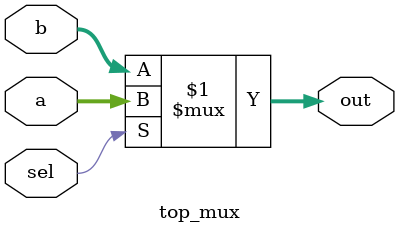
<source format=v>
module top_mux (a,b,sel,out);
	input wire [31:0] a,b;
	input wire sel;
    output wire	[31:0] out;

    assign	out = sel ? a : b;
endmodule
</source>
